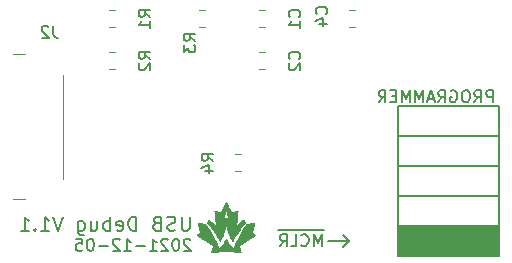
<source format=gbo>
G04 #@! TF.GenerationSoftware,KiCad,Pcbnew,5.1.10*
G04 #@! TF.CreationDate,2022-01-04T22:46:53-05:00*
G04 #@! TF.ProjectId,usbdbg,75736264-6267-42e6-9b69-6361645f7063,rev?*
G04 #@! TF.SameCoordinates,Original*
G04 #@! TF.FileFunction,Legend,Bot*
G04 #@! TF.FilePolarity,Positive*
%FSLAX46Y46*%
G04 Gerber Fmt 4.6, Leading zero omitted, Abs format (unit mm)*
G04 Created by KiCad (PCBNEW 5.1.10) date 2022-01-04 22:46:53*
%MOMM*%
%LPD*%
G01*
G04 APERTURE LIST*
%ADD10C,0.150000*%
%ADD11C,0.200000*%
%ADD12C,0.010000*%
%ADD13C,0.120000*%
%ADD14O,1.801600X1.801600*%
%ADD15O,3.601600X2.001600*%
%ADD16C,1.201600*%
%ADD17C,2.101600*%
G04 APERTURE END LIST*
D10*
X144811142Y-74604619D02*
X144763523Y-74557000D01*
X144668285Y-74509380D01*
X144430190Y-74509380D01*
X144334952Y-74557000D01*
X144287333Y-74604619D01*
X144239714Y-74699857D01*
X144239714Y-74795095D01*
X144287333Y-74937952D01*
X144858761Y-75509380D01*
X144239714Y-75509380D01*
X143620666Y-74509380D02*
X143525428Y-74509380D01*
X143430190Y-74557000D01*
X143382571Y-74604619D01*
X143334952Y-74699857D01*
X143287333Y-74890333D01*
X143287333Y-75128428D01*
X143334952Y-75318904D01*
X143382571Y-75414142D01*
X143430190Y-75461761D01*
X143525428Y-75509380D01*
X143620666Y-75509380D01*
X143715904Y-75461761D01*
X143763523Y-75414142D01*
X143811142Y-75318904D01*
X143858761Y-75128428D01*
X143858761Y-74890333D01*
X143811142Y-74699857D01*
X143763523Y-74604619D01*
X143715904Y-74557000D01*
X143620666Y-74509380D01*
X142906380Y-74604619D02*
X142858761Y-74557000D01*
X142763523Y-74509380D01*
X142525428Y-74509380D01*
X142430190Y-74557000D01*
X142382571Y-74604619D01*
X142334952Y-74699857D01*
X142334952Y-74795095D01*
X142382571Y-74937952D01*
X142954000Y-75509380D01*
X142334952Y-75509380D01*
X141382571Y-75509380D02*
X141954000Y-75509380D01*
X141668285Y-75509380D02*
X141668285Y-74509380D01*
X141763523Y-74652238D01*
X141858761Y-74747476D01*
X141954000Y-74795095D01*
X140954000Y-75128428D02*
X140192095Y-75128428D01*
X139192095Y-75509380D02*
X139763523Y-75509380D01*
X139477809Y-75509380D02*
X139477809Y-74509380D01*
X139573047Y-74652238D01*
X139668285Y-74747476D01*
X139763523Y-74795095D01*
X138811142Y-74604619D02*
X138763523Y-74557000D01*
X138668285Y-74509380D01*
X138430190Y-74509380D01*
X138334952Y-74557000D01*
X138287333Y-74604619D01*
X138239714Y-74699857D01*
X138239714Y-74795095D01*
X138287333Y-74937952D01*
X138858761Y-75509380D01*
X138239714Y-75509380D01*
X137811142Y-75128428D02*
X137049238Y-75128428D01*
X136382571Y-74509380D02*
X136287333Y-74509380D01*
X136192095Y-74557000D01*
X136144476Y-74604619D01*
X136096857Y-74699857D01*
X136049238Y-74890333D01*
X136049238Y-75128428D01*
X136096857Y-75318904D01*
X136144476Y-75414142D01*
X136192095Y-75461761D01*
X136287333Y-75509380D01*
X136382571Y-75509380D01*
X136477809Y-75461761D01*
X136525428Y-75414142D01*
X136573047Y-75318904D01*
X136620666Y-75128428D01*
X136620666Y-74890333D01*
X136573047Y-74699857D01*
X136525428Y-74604619D01*
X136477809Y-74557000D01*
X136382571Y-74509380D01*
X135144476Y-74509380D02*
X135620666Y-74509380D01*
X135668285Y-74985571D01*
X135620666Y-74937952D01*
X135525428Y-74890333D01*
X135287333Y-74890333D01*
X135192095Y-74937952D01*
X135144476Y-74985571D01*
X135096857Y-75080809D01*
X135096857Y-75318904D01*
X135144476Y-75414142D01*
X135192095Y-75461761D01*
X135287333Y-75509380D01*
X135525428Y-75509380D01*
X135620666Y-75461761D01*
X135668285Y-75414142D01*
D11*
X144745285Y-72621857D02*
X144745285Y-73593285D01*
X144688142Y-73707571D01*
X144631000Y-73764714D01*
X144516714Y-73821857D01*
X144288142Y-73821857D01*
X144173857Y-73764714D01*
X144116714Y-73707571D01*
X144059571Y-73593285D01*
X144059571Y-72621857D01*
X143545285Y-73764714D02*
X143373857Y-73821857D01*
X143088142Y-73821857D01*
X142973857Y-73764714D01*
X142916714Y-73707571D01*
X142859571Y-73593285D01*
X142859571Y-73479000D01*
X142916714Y-73364714D01*
X142973857Y-73307571D01*
X143088142Y-73250428D01*
X143316714Y-73193285D01*
X143431000Y-73136142D01*
X143488142Y-73079000D01*
X143545285Y-72964714D01*
X143545285Y-72850428D01*
X143488142Y-72736142D01*
X143431000Y-72679000D01*
X143316714Y-72621857D01*
X143031000Y-72621857D01*
X142859571Y-72679000D01*
X141945285Y-73193285D02*
X141773857Y-73250428D01*
X141716714Y-73307571D01*
X141659571Y-73421857D01*
X141659571Y-73593285D01*
X141716714Y-73707571D01*
X141773857Y-73764714D01*
X141888142Y-73821857D01*
X142345285Y-73821857D01*
X142345285Y-72621857D01*
X141945285Y-72621857D01*
X141831000Y-72679000D01*
X141773857Y-72736142D01*
X141716714Y-72850428D01*
X141716714Y-72964714D01*
X141773857Y-73079000D01*
X141831000Y-73136142D01*
X141945285Y-73193285D01*
X142345285Y-73193285D01*
X140231000Y-73821857D02*
X140231000Y-72621857D01*
X139945285Y-72621857D01*
X139773857Y-72679000D01*
X139659571Y-72793285D01*
X139602428Y-72907571D01*
X139545285Y-73136142D01*
X139545285Y-73307571D01*
X139602428Y-73536142D01*
X139659571Y-73650428D01*
X139773857Y-73764714D01*
X139945285Y-73821857D01*
X140231000Y-73821857D01*
X138573857Y-73764714D02*
X138688142Y-73821857D01*
X138916714Y-73821857D01*
X139031000Y-73764714D01*
X139088142Y-73650428D01*
X139088142Y-73193285D01*
X139031000Y-73079000D01*
X138916714Y-73021857D01*
X138688142Y-73021857D01*
X138573857Y-73079000D01*
X138516714Y-73193285D01*
X138516714Y-73307571D01*
X139088142Y-73421857D01*
X138002428Y-73821857D02*
X138002428Y-72621857D01*
X138002428Y-73079000D02*
X137888142Y-73021857D01*
X137659571Y-73021857D01*
X137545285Y-73079000D01*
X137488142Y-73136142D01*
X137431000Y-73250428D01*
X137431000Y-73593285D01*
X137488142Y-73707571D01*
X137545285Y-73764714D01*
X137659571Y-73821857D01*
X137888142Y-73821857D01*
X138002428Y-73764714D01*
X136402428Y-73021857D02*
X136402428Y-73821857D01*
X136916714Y-73021857D02*
X136916714Y-73650428D01*
X136859571Y-73764714D01*
X136745285Y-73821857D01*
X136573857Y-73821857D01*
X136459571Y-73764714D01*
X136402428Y-73707571D01*
X135316714Y-73021857D02*
X135316714Y-73993285D01*
X135373857Y-74107571D01*
X135431000Y-74164714D01*
X135545285Y-74221857D01*
X135716714Y-74221857D01*
X135831000Y-74164714D01*
X135316714Y-73764714D02*
X135431000Y-73821857D01*
X135659571Y-73821857D01*
X135773857Y-73764714D01*
X135831000Y-73707571D01*
X135888142Y-73593285D01*
X135888142Y-73250428D01*
X135831000Y-73136142D01*
X135773857Y-73079000D01*
X135659571Y-73021857D01*
X135431000Y-73021857D01*
X135316714Y-73079000D01*
X134002428Y-72621857D02*
X133602428Y-73821857D01*
X133202428Y-72621857D01*
X132173857Y-73821857D02*
X132859571Y-73821857D01*
X132516714Y-73821857D02*
X132516714Y-72621857D01*
X132631000Y-72793285D01*
X132745285Y-72907571D01*
X132859571Y-72964714D01*
X131659571Y-73707571D02*
X131602428Y-73764714D01*
X131659571Y-73821857D01*
X131716714Y-73764714D01*
X131659571Y-73707571D01*
X131659571Y-73821857D01*
X130459571Y-73821857D02*
X131145285Y-73821857D01*
X130802428Y-73821857D02*
X130802428Y-72621857D01*
X130916714Y-72793285D01*
X131031000Y-72907571D01*
X131145285Y-72964714D01*
X158242000Y-74676000D02*
X157734000Y-75184000D01*
X158242000Y-74676000D02*
X157734000Y-74168000D01*
X158242000Y-74676000D02*
X156464000Y-74676000D01*
D10*
X156154190Y-73761000D02*
X155011333Y-73761000D01*
X155916095Y-75128380D02*
X155916095Y-74128380D01*
X155582761Y-74842666D01*
X155249428Y-74128380D01*
X155249428Y-75128380D01*
X155011333Y-73761000D02*
X154011333Y-73761000D01*
X154201809Y-75033142D02*
X154249428Y-75080761D01*
X154392285Y-75128380D01*
X154487523Y-75128380D01*
X154630380Y-75080761D01*
X154725619Y-74985523D01*
X154773238Y-74890285D01*
X154820857Y-74699809D01*
X154820857Y-74556952D01*
X154773238Y-74366476D01*
X154725619Y-74271238D01*
X154630380Y-74176000D01*
X154487523Y-74128380D01*
X154392285Y-74128380D01*
X154249428Y-74176000D01*
X154201809Y-74223619D01*
X154011333Y-73761000D02*
X153201809Y-73761000D01*
X153297047Y-75128380D02*
X153773238Y-75128380D01*
X153773238Y-74128380D01*
X153201809Y-73761000D02*
X152201809Y-73761000D01*
X152392285Y-75128380D02*
X152725619Y-74652190D01*
X152963714Y-75128380D02*
X152963714Y-74128380D01*
X152582761Y-74128380D01*
X152487523Y-74176000D01*
X152439904Y-74223619D01*
X152392285Y-74318857D01*
X152392285Y-74461714D01*
X152439904Y-74556952D01*
X152487523Y-74604571D01*
X152582761Y-74652190D01*
X152963714Y-74652190D01*
X170417523Y-62936380D02*
X170417523Y-61936380D01*
X170036571Y-61936380D01*
X169941333Y-61984000D01*
X169893714Y-62031619D01*
X169846095Y-62126857D01*
X169846095Y-62269714D01*
X169893714Y-62364952D01*
X169941333Y-62412571D01*
X170036571Y-62460190D01*
X170417523Y-62460190D01*
X168846095Y-62936380D02*
X169179428Y-62460190D01*
X169417523Y-62936380D02*
X169417523Y-61936380D01*
X169036571Y-61936380D01*
X168941333Y-61984000D01*
X168893714Y-62031619D01*
X168846095Y-62126857D01*
X168846095Y-62269714D01*
X168893714Y-62364952D01*
X168941333Y-62412571D01*
X169036571Y-62460190D01*
X169417523Y-62460190D01*
X168227047Y-61936380D02*
X168036571Y-61936380D01*
X167941333Y-61984000D01*
X167846095Y-62079238D01*
X167798476Y-62269714D01*
X167798476Y-62603047D01*
X167846095Y-62793523D01*
X167941333Y-62888761D01*
X168036571Y-62936380D01*
X168227047Y-62936380D01*
X168322285Y-62888761D01*
X168417523Y-62793523D01*
X168465142Y-62603047D01*
X168465142Y-62269714D01*
X168417523Y-62079238D01*
X168322285Y-61984000D01*
X168227047Y-61936380D01*
X166846095Y-61984000D02*
X166941333Y-61936380D01*
X167084190Y-61936380D01*
X167227047Y-61984000D01*
X167322285Y-62079238D01*
X167369904Y-62174476D01*
X167417523Y-62364952D01*
X167417523Y-62507809D01*
X167369904Y-62698285D01*
X167322285Y-62793523D01*
X167227047Y-62888761D01*
X167084190Y-62936380D01*
X166988952Y-62936380D01*
X166846095Y-62888761D01*
X166798476Y-62841142D01*
X166798476Y-62507809D01*
X166988952Y-62507809D01*
X165798476Y-62936380D02*
X166131809Y-62460190D01*
X166369904Y-62936380D02*
X166369904Y-61936380D01*
X165988952Y-61936380D01*
X165893714Y-61984000D01*
X165846095Y-62031619D01*
X165798476Y-62126857D01*
X165798476Y-62269714D01*
X165846095Y-62364952D01*
X165893714Y-62412571D01*
X165988952Y-62460190D01*
X166369904Y-62460190D01*
X165417523Y-62650666D02*
X164941333Y-62650666D01*
X165512761Y-62936380D02*
X165179428Y-61936380D01*
X164846095Y-62936380D01*
X164512761Y-62936380D02*
X164512761Y-61936380D01*
X164179428Y-62650666D01*
X163846095Y-61936380D01*
X163846095Y-62936380D01*
X163369904Y-62936380D02*
X163369904Y-61936380D01*
X163036571Y-62650666D01*
X162703238Y-61936380D01*
X162703238Y-62936380D01*
X162227047Y-62412571D02*
X161893714Y-62412571D01*
X161750857Y-62936380D02*
X162227047Y-62936380D01*
X162227047Y-61936380D01*
X161750857Y-61936380D01*
X160750857Y-62936380D02*
X161084190Y-62460190D01*
X161322285Y-62936380D02*
X161322285Y-61936380D01*
X160941333Y-61936380D01*
X160846095Y-61984000D01*
X160798476Y-62031619D01*
X160750857Y-62126857D01*
X160750857Y-62269714D01*
X160798476Y-62364952D01*
X160846095Y-62412571D01*
X160941333Y-62460190D01*
X161322285Y-62460190D01*
D12*
G36*
X150227303Y-73126970D02*
G01*
X150207967Y-73130400D01*
X150177648Y-73136030D01*
X150137681Y-73143605D01*
X150089401Y-73152871D01*
X150034141Y-73163572D01*
X149973238Y-73175455D01*
X149908024Y-73188263D01*
X149906906Y-73188484D01*
X149826323Y-73204474D01*
X149758525Y-73218182D01*
X149702604Y-73229815D01*
X149657652Y-73239580D01*
X149622761Y-73247683D01*
X149597022Y-73254330D01*
X149579526Y-73259729D01*
X149569367Y-73264085D01*
X149566898Y-73265804D01*
X149554426Y-73279227D01*
X149535274Y-73302656D01*
X149510553Y-73334566D01*
X149481376Y-73373433D01*
X149448856Y-73417732D01*
X149414104Y-73465937D01*
X149378233Y-73516524D01*
X149342356Y-73567969D01*
X149307585Y-73618745D01*
X149285727Y-73651234D01*
X149182458Y-73810334D01*
X149081281Y-73974776D01*
X148983346Y-74142429D01*
X148889801Y-74311163D01*
X148801798Y-74478847D01*
X148720487Y-74643352D01*
X148647016Y-74802546D01*
X148583218Y-74952617D01*
X148567134Y-74993630D01*
X148549650Y-75040438D01*
X148531589Y-75090618D01*
X148513770Y-75141749D01*
X148497013Y-75191409D01*
X148482140Y-75237176D01*
X148469970Y-75276629D01*
X148461324Y-75307346D01*
X148457611Y-75323372D01*
X148453353Y-75340015D01*
X148448880Y-75348845D01*
X148447923Y-75349274D01*
X148441246Y-75344234D01*
X148426928Y-75330142D01*
X148406354Y-75308541D01*
X148380912Y-75280973D01*
X148351984Y-75248981D01*
X148320958Y-75214108D01*
X148289218Y-75177897D01*
X148258149Y-75141889D01*
X148229136Y-75107628D01*
X148207951Y-75082040D01*
X148143069Y-75000140D01*
X148083320Y-74919123D01*
X148026583Y-74835812D01*
X147970732Y-74747035D01*
X147913646Y-74649615D01*
X147887188Y-74602471D01*
X147867487Y-74567757D01*
X147849834Y-74538166D01*
X147835380Y-74515505D01*
X147825272Y-74501579D01*
X147820741Y-74498088D01*
X147815474Y-74506146D01*
X147805157Y-74523848D01*
X147791295Y-74548556D01*
X147775822Y-74576836D01*
X147698911Y-74712716D01*
X147620753Y-74837810D01*
X147539290Y-74955225D01*
X147452463Y-75068070D01*
X147441663Y-75081357D01*
X147415219Y-75113211D01*
X147385616Y-75148040D01*
X147354233Y-75184306D01*
X147322455Y-75220468D01*
X147291661Y-75254989D01*
X147263234Y-75286329D01*
X147238555Y-75312948D01*
X147219008Y-75333309D01*
X147205972Y-75345872D01*
X147201117Y-75349274D01*
X147196871Y-75343181D01*
X147192390Y-75328069D01*
X147191429Y-75323372D01*
X147186014Y-75300926D01*
X147176451Y-75267900D01*
X147163560Y-75226717D01*
X147148162Y-75179799D01*
X147131076Y-75129567D01*
X147113124Y-75078443D01*
X147095127Y-75028849D01*
X147077903Y-74983206D01*
X147065822Y-74952617D01*
X147002508Y-74803701D01*
X146930341Y-74647261D01*
X146850482Y-74485442D01*
X146764088Y-74320390D01*
X146672317Y-74154251D01*
X146576328Y-73989171D01*
X146477278Y-73827296D01*
X146376325Y-73670772D01*
X146364005Y-73652251D01*
X146330622Y-73602822D01*
X146295389Y-73551694D01*
X146259415Y-73500389D01*
X146223812Y-73450430D01*
X146189688Y-73403339D01*
X146158155Y-73360639D01*
X146130322Y-73323854D01*
X146107300Y-73294504D01*
X146090198Y-73274114D01*
X146082447Y-73266079D01*
X146075094Y-73262111D01*
X146060209Y-73257066D01*
X146036943Y-73250752D01*
X146004448Y-73242977D01*
X145961876Y-73233547D01*
X145908376Y-73222271D01*
X145843102Y-73208955D01*
X145765205Y-73193407D01*
X145742439Y-73188908D01*
X145677134Y-73176064D01*
X145616116Y-73164137D01*
X145560719Y-73153382D01*
X145512276Y-73144055D01*
X145472122Y-73136412D01*
X145441591Y-73130708D01*
X145422015Y-73127198D01*
X145414729Y-73126137D01*
X145414718Y-73126143D01*
X145416129Y-73132843D01*
X145420643Y-73151646D01*
X145427908Y-73181171D01*
X145437576Y-73220039D01*
X145449296Y-73266869D01*
X145462718Y-73320282D01*
X145477491Y-73378897D01*
X145493267Y-73441334D01*
X145509693Y-73506214D01*
X145526421Y-73572155D01*
X145543101Y-73637779D01*
X145559381Y-73701704D01*
X145574913Y-73762551D01*
X145589345Y-73818940D01*
X145602328Y-73869491D01*
X145613512Y-73912823D01*
X145622546Y-73947557D01*
X145629080Y-73972312D01*
X145632765Y-73985708D01*
X145632924Y-73986241D01*
X145631235Y-73991541D01*
X145622932Y-73999598D01*
X145606941Y-74011116D01*
X145582185Y-74026804D01*
X145547587Y-74047366D01*
X145502071Y-74073511D01*
X145486535Y-74082317D01*
X145445305Y-74105840D01*
X145408416Y-74127285D01*
X145377506Y-74145666D01*
X145354214Y-74159997D01*
X145340179Y-74169294D01*
X145336712Y-74172400D01*
X145342425Y-74176811D01*
X145359091Y-74188347D01*
X145385997Y-74206538D01*
X145422433Y-74230913D01*
X145467688Y-74261004D01*
X145521050Y-74296340D01*
X145581808Y-74336452D01*
X145649251Y-74380870D01*
X145722668Y-74429125D01*
X145801347Y-74480746D01*
X145884577Y-74535264D01*
X145971648Y-74592210D01*
X146039481Y-74636515D01*
X146128991Y-74695002D01*
X146215200Y-74751441D01*
X146297395Y-74805360D01*
X146374864Y-74856288D01*
X146446897Y-74903752D01*
X146512782Y-74947282D01*
X146571806Y-74986407D01*
X146623259Y-75020654D01*
X146666428Y-75049551D01*
X146700602Y-75072629D01*
X146725070Y-75089414D01*
X146739119Y-75099436D01*
X146742391Y-75102233D01*
X146740383Y-75110185D01*
X146734595Y-75129948D01*
X146725473Y-75160073D01*
X146713463Y-75199109D01*
X146699013Y-75245609D01*
X146682570Y-75298123D01*
X146664579Y-75355200D01*
X146658101Y-75375667D01*
X146639813Y-75433842D01*
X146623109Y-75487858D01*
X146608412Y-75536284D01*
X146596142Y-75577691D01*
X146586721Y-75610649D01*
X146580572Y-75633726D01*
X146578115Y-75645494D01*
X146578210Y-75646681D01*
X146585634Y-75646537D01*
X146605889Y-75644817D01*
X146637988Y-75641631D01*
X146680948Y-75637090D01*
X146733783Y-75631305D01*
X146795509Y-75624385D01*
X146865139Y-75616441D01*
X146941691Y-75607584D01*
X147024177Y-75597924D01*
X147111614Y-75587571D01*
X147203017Y-75576637D01*
X147203635Y-75576562D01*
X147824520Y-75501904D01*
X148432682Y-75575206D01*
X148523479Y-75586127D01*
X148610541Y-75596557D01*
X148692846Y-75606374D01*
X148769372Y-75615460D01*
X148839098Y-75623694D01*
X148901003Y-75630956D01*
X148954065Y-75637126D01*
X148997262Y-75642085D01*
X149029573Y-75645712D01*
X149049976Y-75647888D01*
X149057244Y-75648507D01*
X149069843Y-75646419D01*
X149073644Y-75642732D01*
X149071606Y-75635038D01*
X149065792Y-75615534D01*
X149056652Y-75585669D01*
X149044636Y-75546894D01*
X149030194Y-75500658D01*
X149013777Y-75448412D01*
X148995833Y-75391605D01*
X148990137Y-75373631D01*
X148971807Y-75315644D01*
X148954871Y-75261704D01*
X148939779Y-75213273D01*
X148926982Y-75171814D01*
X148916930Y-75138788D01*
X148910074Y-75115658D01*
X148906865Y-75103887D01*
X148906680Y-75102790D01*
X148912401Y-75098101D01*
X148929077Y-75086295D01*
X148955996Y-75067844D01*
X148992447Y-75043220D01*
X149037717Y-75012894D01*
X149091097Y-74977340D01*
X149151873Y-74937028D01*
X149219335Y-74892433D01*
X149292771Y-74844025D01*
X149371470Y-74792276D01*
X149454719Y-74737660D01*
X149541808Y-74680648D01*
X149609529Y-74636395D01*
X149699025Y-74577918D01*
X149785219Y-74521516D01*
X149867398Y-74467658D01*
X149944852Y-74416814D01*
X150016870Y-74369454D01*
X150082741Y-74326047D01*
X150141754Y-74287064D01*
X150193197Y-74252972D01*
X150236359Y-74224244D01*
X150270529Y-74201346D01*
X150294997Y-74184751D01*
X150309050Y-74174926D01*
X150312328Y-74172280D01*
X150306524Y-74167556D01*
X150290203Y-74157037D01*
X150265005Y-74141707D01*
X150232568Y-74122550D01*
X150194532Y-74100549D01*
X150162506Y-74082317D01*
X150113592Y-74054406D01*
X150075911Y-74032284D01*
X150048387Y-74015243D01*
X150029943Y-74002578D01*
X150019503Y-73993582D01*
X150015990Y-73987548D01*
X150016116Y-73986241D01*
X150019584Y-73973724D01*
X150025926Y-73949746D01*
X150034793Y-73915687D01*
X150045835Y-73872928D01*
X150058701Y-73822849D01*
X150073041Y-73766829D01*
X150088505Y-73706250D01*
X150104744Y-73642492D01*
X150121407Y-73576934D01*
X150138143Y-73510957D01*
X150154604Y-73445941D01*
X150170438Y-73383267D01*
X150185295Y-73324314D01*
X150198827Y-73270463D01*
X150210681Y-73223094D01*
X150220509Y-73183588D01*
X150227960Y-73153324D01*
X150232685Y-73133682D01*
X150234332Y-73126044D01*
X150234323Y-73125994D01*
X150227303Y-73126970D01*
G37*
X150227303Y-73126970D02*
X150207967Y-73130400D01*
X150177648Y-73136030D01*
X150137681Y-73143605D01*
X150089401Y-73152871D01*
X150034141Y-73163572D01*
X149973238Y-73175455D01*
X149908024Y-73188263D01*
X149906906Y-73188484D01*
X149826323Y-73204474D01*
X149758525Y-73218182D01*
X149702604Y-73229815D01*
X149657652Y-73239580D01*
X149622761Y-73247683D01*
X149597022Y-73254330D01*
X149579526Y-73259729D01*
X149569367Y-73264085D01*
X149566898Y-73265804D01*
X149554426Y-73279227D01*
X149535274Y-73302656D01*
X149510553Y-73334566D01*
X149481376Y-73373433D01*
X149448856Y-73417732D01*
X149414104Y-73465937D01*
X149378233Y-73516524D01*
X149342356Y-73567969D01*
X149307585Y-73618745D01*
X149285727Y-73651234D01*
X149182458Y-73810334D01*
X149081281Y-73974776D01*
X148983346Y-74142429D01*
X148889801Y-74311163D01*
X148801798Y-74478847D01*
X148720487Y-74643352D01*
X148647016Y-74802546D01*
X148583218Y-74952617D01*
X148567134Y-74993630D01*
X148549650Y-75040438D01*
X148531589Y-75090618D01*
X148513770Y-75141749D01*
X148497013Y-75191409D01*
X148482140Y-75237176D01*
X148469970Y-75276629D01*
X148461324Y-75307346D01*
X148457611Y-75323372D01*
X148453353Y-75340015D01*
X148448880Y-75348845D01*
X148447923Y-75349274D01*
X148441246Y-75344234D01*
X148426928Y-75330142D01*
X148406354Y-75308541D01*
X148380912Y-75280973D01*
X148351984Y-75248981D01*
X148320958Y-75214108D01*
X148289218Y-75177897D01*
X148258149Y-75141889D01*
X148229136Y-75107628D01*
X148207951Y-75082040D01*
X148143069Y-75000140D01*
X148083320Y-74919123D01*
X148026583Y-74835812D01*
X147970732Y-74747035D01*
X147913646Y-74649615D01*
X147887188Y-74602471D01*
X147867487Y-74567757D01*
X147849834Y-74538166D01*
X147835380Y-74515505D01*
X147825272Y-74501579D01*
X147820741Y-74498088D01*
X147815474Y-74506146D01*
X147805157Y-74523848D01*
X147791295Y-74548556D01*
X147775822Y-74576836D01*
X147698911Y-74712716D01*
X147620753Y-74837810D01*
X147539290Y-74955225D01*
X147452463Y-75068070D01*
X147441663Y-75081357D01*
X147415219Y-75113211D01*
X147385616Y-75148040D01*
X147354233Y-75184306D01*
X147322455Y-75220468D01*
X147291661Y-75254989D01*
X147263234Y-75286329D01*
X147238555Y-75312948D01*
X147219008Y-75333309D01*
X147205972Y-75345872D01*
X147201117Y-75349274D01*
X147196871Y-75343181D01*
X147192390Y-75328069D01*
X147191429Y-75323372D01*
X147186014Y-75300926D01*
X147176451Y-75267900D01*
X147163560Y-75226717D01*
X147148162Y-75179799D01*
X147131076Y-75129567D01*
X147113124Y-75078443D01*
X147095127Y-75028849D01*
X147077903Y-74983206D01*
X147065822Y-74952617D01*
X147002508Y-74803701D01*
X146930341Y-74647261D01*
X146850482Y-74485442D01*
X146764088Y-74320390D01*
X146672317Y-74154251D01*
X146576328Y-73989171D01*
X146477278Y-73827296D01*
X146376325Y-73670772D01*
X146364005Y-73652251D01*
X146330622Y-73602822D01*
X146295389Y-73551694D01*
X146259415Y-73500389D01*
X146223812Y-73450430D01*
X146189688Y-73403339D01*
X146158155Y-73360639D01*
X146130322Y-73323854D01*
X146107300Y-73294504D01*
X146090198Y-73274114D01*
X146082447Y-73266079D01*
X146075094Y-73262111D01*
X146060209Y-73257066D01*
X146036943Y-73250752D01*
X146004448Y-73242977D01*
X145961876Y-73233547D01*
X145908376Y-73222271D01*
X145843102Y-73208955D01*
X145765205Y-73193407D01*
X145742439Y-73188908D01*
X145677134Y-73176064D01*
X145616116Y-73164137D01*
X145560719Y-73153382D01*
X145512276Y-73144055D01*
X145472122Y-73136412D01*
X145441591Y-73130708D01*
X145422015Y-73127198D01*
X145414729Y-73126137D01*
X145414718Y-73126143D01*
X145416129Y-73132843D01*
X145420643Y-73151646D01*
X145427908Y-73181171D01*
X145437576Y-73220039D01*
X145449296Y-73266869D01*
X145462718Y-73320282D01*
X145477491Y-73378897D01*
X145493267Y-73441334D01*
X145509693Y-73506214D01*
X145526421Y-73572155D01*
X145543101Y-73637779D01*
X145559381Y-73701704D01*
X145574913Y-73762551D01*
X145589345Y-73818940D01*
X145602328Y-73869491D01*
X145613512Y-73912823D01*
X145622546Y-73947557D01*
X145629080Y-73972312D01*
X145632765Y-73985708D01*
X145632924Y-73986241D01*
X145631235Y-73991541D01*
X145622932Y-73999598D01*
X145606941Y-74011116D01*
X145582185Y-74026804D01*
X145547587Y-74047366D01*
X145502071Y-74073511D01*
X145486535Y-74082317D01*
X145445305Y-74105840D01*
X145408416Y-74127285D01*
X145377506Y-74145666D01*
X145354214Y-74159997D01*
X145340179Y-74169294D01*
X145336712Y-74172400D01*
X145342425Y-74176811D01*
X145359091Y-74188347D01*
X145385997Y-74206538D01*
X145422433Y-74230913D01*
X145467688Y-74261004D01*
X145521050Y-74296340D01*
X145581808Y-74336452D01*
X145649251Y-74380870D01*
X145722668Y-74429125D01*
X145801347Y-74480746D01*
X145884577Y-74535264D01*
X145971648Y-74592210D01*
X146039481Y-74636515D01*
X146128991Y-74695002D01*
X146215200Y-74751441D01*
X146297395Y-74805360D01*
X146374864Y-74856288D01*
X146446897Y-74903752D01*
X146512782Y-74947282D01*
X146571806Y-74986407D01*
X146623259Y-75020654D01*
X146666428Y-75049551D01*
X146700602Y-75072629D01*
X146725070Y-75089414D01*
X146739119Y-75099436D01*
X146742391Y-75102233D01*
X146740383Y-75110185D01*
X146734595Y-75129948D01*
X146725473Y-75160073D01*
X146713463Y-75199109D01*
X146699013Y-75245609D01*
X146682570Y-75298123D01*
X146664579Y-75355200D01*
X146658101Y-75375667D01*
X146639813Y-75433842D01*
X146623109Y-75487858D01*
X146608412Y-75536284D01*
X146596142Y-75577691D01*
X146586721Y-75610649D01*
X146580572Y-75633726D01*
X146578115Y-75645494D01*
X146578210Y-75646681D01*
X146585634Y-75646537D01*
X146605889Y-75644817D01*
X146637988Y-75641631D01*
X146680948Y-75637090D01*
X146733783Y-75631305D01*
X146795509Y-75624385D01*
X146865139Y-75616441D01*
X146941691Y-75607584D01*
X147024177Y-75597924D01*
X147111614Y-75587571D01*
X147203017Y-75576637D01*
X147203635Y-75576562D01*
X147824520Y-75501904D01*
X148432682Y-75575206D01*
X148523479Y-75586127D01*
X148610541Y-75596557D01*
X148692846Y-75606374D01*
X148769372Y-75615460D01*
X148839098Y-75623694D01*
X148901003Y-75630956D01*
X148954065Y-75637126D01*
X148997262Y-75642085D01*
X149029573Y-75645712D01*
X149049976Y-75647888D01*
X149057244Y-75648507D01*
X149069843Y-75646419D01*
X149073644Y-75642732D01*
X149071606Y-75635038D01*
X149065792Y-75615534D01*
X149056652Y-75585669D01*
X149044636Y-75546894D01*
X149030194Y-75500658D01*
X149013777Y-75448412D01*
X148995833Y-75391605D01*
X148990137Y-75373631D01*
X148971807Y-75315644D01*
X148954871Y-75261704D01*
X148939779Y-75213273D01*
X148926982Y-75171814D01*
X148916930Y-75138788D01*
X148910074Y-75115658D01*
X148906865Y-75103887D01*
X148906680Y-75102790D01*
X148912401Y-75098101D01*
X148929077Y-75086295D01*
X148955996Y-75067844D01*
X148992447Y-75043220D01*
X149037717Y-75012894D01*
X149091097Y-74977340D01*
X149151873Y-74937028D01*
X149219335Y-74892433D01*
X149292771Y-74844025D01*
X149371470Y-74792276D01*
X149454719Y-74737660D01*
X149541808Y-74680648D01*
X149609529Y-74636395D01*
X149699025Y-74577918D01*
X149785219Y-74521516D01*
X149867398Y-74467658D01*
X149944852Y-74416814D01*
X150016870Y-74369454D01*
X150082741Y-74326047D01*
X150141754Y-74287064D01*
X150193197Y-74252972D01*
X150236359Y-74224244D01*
X150270529Y-74201346D01*
X150294997Y-74184751D01*
X150309050Y-74174926D01*
X150312328Y-74172280D01*
X150306524Y-74167556D01*
X150290203Y-74157037D01*
X150265005Y-74141707D01*
X150232568Y-74122550D01*
X150194532Y-74100549D01*
X150162506Y-74082317D01*
X150113592Y-74054406D01*
X150075911Y-74032284D01*
X150048387Y-74015243D01*
X150029943Y-74002578D01*
X150019503Y-73993582D01*
X150015990Y-73987548D01*
X150016116Y-73986241D01*
X150019584Y-73973724D01*
X150025926Y-73949746D01*
X150034793Y-73915687D01*
X150045835Y-73872928D01*
X150058701Y-73822849D01*
X150073041Y-73766829D01*
X150088505Y-73706250D01*
X150104744Y-73642492D01*
X150121407Y-73576934D01*
X150138143Y-73510957D01*
X150154604Y-73445941D01*
X150170438Y-73383267D01*
X150185295Y-73324314D01*
X150198827Y-73270463D01*
X150210681Y-73223094D01*
X150220509Y-73183588D01*
X150227960Y-73153324D01*
X150232685Y-73133682D01*
X150234332Y-73126044D01*
X150234323Y-73125994D01*
X150227303Y-73126970D01*
G36*
X147820086Y-71430905D02*
G01*
X147809484Y-71448069D01*
X147793267Y-71475494D01*
X147771983Y-71512215D01*
X147746183Y-71557269D01*
X147716417Y-71609690D01*
X147683235Y-71668515D01*
X147647187Y-71732778D01*
X147608824Y-71801517D01*
X147575553Y-71861394D01*
X147535631Y-71933367D01*
X147497602Y-72001895D01*
X147462017Y-72065988D01*
X147429426Y-72124656D01*
X147400381Y-72176908D01*
X147375431Y-72221755D01*
X147355127Y-72258205D01*
X147340020Y-72285270D01*
X147330661Y-72301958D01*
X147327666Y-72307197D01*
X147323443Y-72308601D01*
X147313590Y-72306950D01*
X147297087Y-72301851D01*
X147272910Y-72292909D01*
X147240038Y-72279728D01*
X147197449Y-72261916D01*
X147144120Y-72239076D01*
X147087217Y-72214385D01*
X147033771Y-72191260D01*
X146984367Y-72170198D01*
X146940445Y-72151790D01*
X146903443Y-72136625D01*
X146874801Y-72125293D01*
X146855957Y-72118382D01*
X146848349Y-72116482D01*
X146848300Y-72116517D01*
X146848320Y-72123923D01*
X146849605Y-72144208D01*
X146852070Y-72176399D01*
X146855629Y-72219522D01*
X146860195Y-72272605D01*
X146865682Y-72334673D01*
X146872005Y-72404755D01*
X146879076Y-72481876D01*
X146886810Y-72565064D01*
X146895120Y-72653345D01*
X146903920Y-72745747D01*
X146905394Y-72761113D01*
X146914279Y-72854058D01*
X146922718Y-72943014D01*
X146930621Y-73027010D01*
X146937901Y-73105077D01*
X146944468Y-73176244D01*
X146950236Y-73239541D01*
X146955115Y-73293998D01*
X146959017Y-73338643D01*
X146961854Y-73372507D01*
X146963538Y-73394619D01*
X146963980Y-73404010D01*
X146963927Y-73404269D01*
X146958348Y-73400311D01*
X146943312Y-73387887D01*
X146919743Y-73367803D01*
X146888566Y-73340863D01*
X146850704Y-73307873D01*
X146807082Y-73269636D01*
X146758624Y-73226959D01*
X146706255Y-73180646D01*
X146659939Y-73139540D01*
X146604892Y-73090694D01*
X146552900Y-73044723D01*
X146504900Y-73002445D01*
X146461826Y-72964676D01*
X146424615Y-72932233D01*
X146394203Y-72905931D01*
X146371525Y-72886587D01*
X146357518Y-72875018D01*
X146353147Y-72871905D01*
X146351022Y-72873463D01*
X146347758Y-72878908D01*
X146342901Y-72889398D01*
X146335999Y-72906089D01*
X146326599Y-72930138D01*
X146314249Y-72962702D01*
X146298497Y-73004939D01*
X146278889Y-73058004D01*
X146256247Y-73119583D01*
X146235573Y-73175892D01*
X146294874Y-73244302D01*
X146371384Y-73334806D01*
X146451633Y-73433895D01*
X146534496Y-73539960D01*
X146618847Y-73651391D01*
X146703560Y-73766578D01*
X146787510Y-73883911D01*
X146869571Y-74001779D01*
X146948618Y-74118573D01*
X147023524Y-74232683D01*
X147093164Y-74342499D01*
X147156413Y-74446410D01*
X147212144Y-74542807D01*
X147245808Y-74604437D01*
X147283599Y-74675623D01*
X147306555Y-74642258D01*
X147350316Y-74573895D01*
X147395661Y-74494222D01*
X147441500Y-74405587D01*
X147486743Y-74310337D01*
X147530298Y-74210821D01*
X147571075Y-74109387D01*
X147607984Y-74008383D01*
X147626192Y-73954014D01*
X147659025Y-73846980D01*
X147691889Y-73729397D01*
X147723955Y-73604606D01*
X147754395Y-73475948D01*
X147782381Y-73346766D01*
X147804154Y-73236197D01*
X147823871Y-73130764D01*
X147859696Y-73309266D01*
X147899287Y-73495152D01*
X147940993Y-73668290D01*
X147985190Y-73829738D01*
X148032253Y-73980556D01*
X148082557Y-74121803D01*
X148136478Y-74254539D01*
X148194391Y-74379822D01*
X148256670Y-74498714D01*
X148317731Y-74602689D01*
X148334356Y-74629104D01*
X148348568Y-74650856D01*
X148358643Y-74665356D01*
X148362554Y-74669989D01*
X148367719Y-74665639D01*
X148377334Y-74651340D01*
X148389763Y-74629659D01*
X148397037Y-74615849D01*
X148437485Y-74540484D01*
X148486109Y-74456061D01*
X148541921Y-74363995D01*
X148603934Y-74265702D01*
X148671159Y-74162597D01*
X148742609Y-74056097D01*
X148817296Y-73947616D01*
X148894231Y-73838572D01*
X148972426Y-73730379D01*
X149050894Y-73624454D01*
X149128647Y-73522213D01*
X149204696Y-73425070D01*
X149278053Y-73334442D01*
X149347731Y-73251745D01*
X149354167Y-73244302D01*
X149413467Y-73175892D01*
X149392794Y-73119583D01*
X149369096Y-73055136D01*
X149349684Y-73002618D01*
X149334108Y-72960874D01*
X149321915Y-72928748D01*
X149312653Y-72905082D01*
X149305870Y-72888722D01*
X149301114Y-72878510D01*
X149297933Y-72873291D01*
X149295968Y-72871905D01*
X149289878Y-72876401D01*
X149274336Y-72889345D01*
X149250280Y-72909921D01*
X149218645Y-72937313D01*
X149180366Y-72970706D01*
X149136380Y-73009283D01*
X149087622Y-73052228D01*
X149035029Y-73098726D01*
X148989099Y-73139462D01*
X148934136Y-73188191D01*
X148882313Y-73233962D01*
X148834554Y-73275973D01*
X148791782Y-73313418D01*
X148754922Y-73345492D01*
X148724898Y-73371390D01*
X148702634Y-73390309D01*
X148689055Y-73401444D01*
X148685036Y-73404192D01*
X148685275Y-73397009D01*
X148686770Y-73376944D01*
X148689433Y-73344966D01*
X148693175Y-73302047D01*
X148697907Y-73249155D01*
X148703541Y-73187261D01*
X148709989Y-73117336D01*
X148717162Y-73040350D01*
X148724973Y-72957272D01*
X148733331Y-72869073D01*
X148734411Y-72857759D01*
X148077380Y-72857759D01*
X148074837Y-72858501D01*
X148064612Y-72850970D01*
X148048832Y-72836764D01*
X148046790Y-72834806D01*
X148022172Y-72814313D01*
X147991582Y-72793308D01*
X147963698Y-72777429D01*
X147901588Y-72753844D01*
X147838539Y-72743774D01*
X147775927Y-72747010D01*
X147715128Y-72763343D01*
X147657519Y-72792563D01*
X147607548Y-72831553D01*
X147589738Y-72847419D01*
X147577096Y-72857124D01*
X147571708Y-72859124D01*
X147571819Y-72857987D01*
X147574503Y-72849617D01*
X147580953Y-72829151D01*
X147590796Y-72797781D01*
X147603659Y-72756698D01*
X147619170Y-72707096D01*
X147636956Y-72650164D01*
X147656643Y-72587097D01*
X147677860Y-72519085D01*
X147699120Y-72450891D01*
X147721353Y-72379600D01*
X147742342Y-72312371D01*
X147761727Y-72250361D01*
X147779143Y-72194728D01*
X147794229Y-72146628D01*
X147806620Y-72107219D01*
X147815954Y-72077658D01*
X147821869Y-72059103D01*
X147823996Y-72052712D01*
X147826230Y-72058888D01*
X147832235Y-72077210D01*
X147841648Y-72106536D01*
X147854109Y-72145722D01*
X147869255Y-72193624D01*
X147886726Y-72249100D01*
X147906159Y-72311005D01*
X147927193Y-72378196D01*
X147949417Y-72449370D01*
X147971799Y-72521109D01*
X147993009Y-72589032D01*
X148012676Y-72651951D01*
X148030427Y-72708677D01*
X148045888Y-72758021D01*
X148058689Y-72798795D01*
X148068456Y-72829811D01*
X148074817Y-72849879D01*
X148077380Y-72857759D01*
X148734411Y-72857759D01*
X148742150Y-72776724D01*
X148743647Y-72761113D01*
X148752518Y-72668131D01*
X148760912Y-72579110D01*
X148768743Y-72495023D01*
X148775924Y-72416843D01*
X148782369Y-72345543D01*
X148787992Y-72282098D01*
X148792707Y-72227479D01*
X148796428Y-72182661D01*
X148799069Y-72148617D01*
X148800543Y-72126320D01*
X148800765Y-72116742D01*
X148800677Y-72116454D01*
X148793514Y-72118128D01*
X148775062Y-72124832D01*
X148746764Y-72135974D01*
X148710062Y-72150966D01*
X148666401Y-72169218D01*
X148617225Y-72190139D01*
X148563976Y-72213139D01*
X148562875Y-72213618D01*
X148509614Y-72236770D01*
X148460494Y-72258069D01*
X148416947Y-72276899D01*
X148380404Y-72292642D01*
X148352295Y-72304683D01*
X148334051Y-72312405D01*
X148327105Y-72315191D01*
X148327091Y-72315192D01*
X148323415Y-72309261D01*
X148313540Y-72292103D01*
X148297998Y-72264672D01*
X148277323Y-72227922D01*
X148252048Y-72182806D01*
X148222707Y-72130279D01*
X148189833Y-72071293D01*
X148153960Y-72006804D01*
X148115622Y-71937763D01*
X148078089Y-71870066D01*
X148037851Y-71797606D01*
X147999468Y-71728811D01*
X147963484Y-71664636D01*
X147930442Y-71606036D01*
X147900887Y-71553967D01*
X147875362Y-71509382D01*
X147854413Y-71473238D01*
X147838582Y-71446489D01*
X147828415Y-71430091D01*
X147824520Y-71424967D01*
X147820086Y-71430905D01*
G37*
X147820086Y-71430905D02*
X147809484Y-71448069D01*
X147793267Y-71475494D01*
X147771983Y-71512215D01*
X147746183Y-71557269D01*
X147716417Y-71609690D01*
X147683235Y-71668515D01*
X147647187Y-71732778D01*
X147608824Y-71801517D01*
X147575553Y-71861394D01*
X147535631Y-71933367D01*
X147497602Y-72001895D01*
X147462017Y-72065988D01*
X147429426Y-72124656D01*
X147400381Y-72176908D01*
X147375431Y-72221755D01*
X147355127Y-72258205D01*
X147340020Y-72285270D01*
X147330661Y-72301958D01*
X147327666Y-72307197D01*
X147323443Y-72308601D01*
X147313590Y-72306950D01*
X147297087Y-72301851D01*
X147272910Y-72292909D01*
X147240038Y-72279728D01*
X147197449Y-72261916D01*
X147144120Y-72239076D01*
X147087217Y-72214385D01*
X147033771Y-72191260D01*
X146984367Y-72170198D01*
X146940445Y-72151790D01*
X146903443Y-72136625D01*
X146874801Y-72125293D01*
X146855957Y-72118382D01*
X146848349Y-72116482D01*
X146848300Y-72116517D01*
X146848320Y-72123923D01*
X146849605Y-72144208D01*
X146852070Y-72176399D01*
X146855629Y-72219522D01*
X146860195Y-72272605D01*
X146865682Y-72334673D01*
X146872005Y-72404755D01*
X146879076Y-72481876D01*
X146886810Y-72565064D01*
X146895120Y-72653345D01*
X146903920Y-72745747D01*
X146905394Y-72761113D01*
X146914279Y-72854058D01*
X146922718Y-72943014D01*
X146930621Y-73027010D01*
X146937901Y-73105077D01*
X146944468Y-73176244D01*
X146950236Y-73239541D01*
X146955115Y-73293998D01*
X146959017Y-73338643D01*
X146961854Y-73372507D01*
X146963538Y-73394619D01*
X146963980Y-73404010D01*
X146963927Y-73404269D01*
X146958348Y-73400311D01*
X146943312Y-73387887D01*
X146919743Y-73367803D01*
X146888566Y-73340863D01*
X146850704Y-73307873D01*
X146807082Y-73269636D01*
X146758624Y-73226959D01*
X146706255Y-73180646D01*
X146659939Y-73139540D01*
X146604892Y-73090694D01*
X146552900Y-73044723D01*
X146504900Y-73002445D01*
X146461826Y-72964676D01*
X146424615Y-72932233D01*
X146394203Y-72905931D01*
X146371525Y-72886587D01*
X146357518Y-72875018D01*
X146353147Y-72871905D01*
X146351022Y-72873463D01*
X146347758Y-72878908D01*
X146342901Y-72889398D01*
X146335999Y-72906089D01*
X146326599Y-72930138D01*
X146314249Y-72962702D01*
X146298497Y-73004939D01*
X146278889Y-73058004D01*
X146256247Y-73119583D01*
X146235573Y-73175892D01*
X146294874Y-73244302D01*
X146371384Y-73334806D01*
X146451633Y-73433895D01*
X146534496Y-73539960D01*
X146618847Y-73651391D01*
X146703560Y-73766578D01*
X146787510Y-73883911D01*
X146869571Y-74001779D01*
X146948618Y-74118573D01*
X147023524Y-74232683D01*
X147093164Y-74342499D01*
X147156413Y-74446410D01*
X147212144Y-74542807D01*
X147245808Y-74604437D01*
X147283599Y-74675623D01*
X147306555Y-74642258D01*
X147350316Y-74573895D01*
X147395661Y-74494222D01*
X147441500Y-74405587D01*
X147486743Y-74310337D01*
X147530298Y-74210821D01*
X147571075Y-74109387D01*
X147607984Y-74008383D01*
X147626192Y-73954014D01*
X147659025Y-73846980D01*
X147691889Y-73729397D01*
X147723955Y-73604606D01*
X147754395Y-73475948D01*
X147782381Y-73346766D01*
X147804154Y-73236197D01*
X147823871Y-73130764D01*
X147859696Y-73309266D01*
X147899287Y-73495152D01*
X147940993Y-73668290D01*
X147985190Y-73829738D01*
X148032253Y-73980556D01*
X148082557Y-74121803D01*
X148136478Y-74254539D01*
X148194391Y-74379822D01*
X148256670Y-74498714D01*
X148317731Y-74602689D01*
X148334356Y-74629104D01*
X148348568Y-74650856D01*
X148358643Y-74665356D01*
X148362554Y-74669989D01*
X148367719Y-74665639D01*
X148377334Y-74651340D01*
X148389763Y-74629659D01*
X148397037Y-74615849D01*
X148437485Y-74540484D01*
X148486109Y-74456061D01*
X148541921Y-74363995D01*
X148603934Y-74265702D01*
X148671159Y-74162597D01*
X148742609Y-74056097D01*
X148817296Y-73947616D01*
X148894231Y-73838572D01*
X148972426Y-73730379D01*
X149050894Y-73624454D01*
X149128647Y-73522213D01*
X149204696Y-73425070D01*
X149278053Y-73334442D01*
X149347731Y-73251745D01*
X149354167Y-73244302D01*
X149413467Y-73175892D01*
X149392794Y-73119583D01*
X149369096Y-73055136D01*
X149349684Y-73002618D01*
X149334108Y-72960874D01*
X149321915Y-72928748D01*
X149312653Y-72905082D01*
X149305870Y-72888722D01*
X149301114Y-72878510D01*
X149297933Y-72873291D01*
X149295968Y-72871905D01*
X149289878Y-72876401D01*
X149274336Y-72889345D01*
X149250280Y-72909921D01*
X149218645Y-72937313D01*
X149180366Y-72970706D01*
X149136380Y-73009283D01*
X149087622Y-73052228D01*
X149035029Y-73098726D01*
X148989099Y-73139462D01*
X148934136Y-73188191D01*
X148882313Y-73233962D01*
X148834554Y-73275973D01*
X148791782Y-73313418D01*
X148754922Y-73345492D01*
X148724898Y-73371390D01*
X148702634Y-73390309D01*
X148689055Y-73401444D01*
X148685036Y-73404192D01*
X148685275Y-73397009D01*
X148686770Y-73376944D01*
X148689433Y-73344966D01*
X148693175Y-73302047D01*
X148697907Y-73249155D01*
X148703541Y-73187261D01*
X148709989Y-73117336D01*
X148717162Y-73040350D01*
X148724973Y-72957272D01*
X148733331Y-72869073D01*
X148734411Y-72857759D01*
X148077380Y-72857759D01*
X148074837Y-72858501D01*
X148064612Y-72850970D01*
X148048832Y-72836764D01*
X148046790Y-72834806D01*
X148022172Y-72814313D01*
X147991582Y-72793308D01*
X147963698Y-72777429D01*
X147901588Y-72753844D01*
X147838539Y-72743774D01*
X147775927Y-72747010D01*
X147715128Y-72763343D01*
X147657519Y-72792563D01*
X147607548Y-72831553D01*
X147589738Y-72847419D01*
X147577096Y-72857124D01*
X147571708Y-72859124D01*
X147571819Y-72857987D01*
X147574503Y-72849617D01*
X147580953Y-72829151D01*
X147590796Y-72797781D01*
X147603659Y-72756698D01*
X147619170Y-72707096D01*
X147636956Y-72650164D01*
X147656643Y-72587097D01*
X147677860Y-72519085D01*
X147699120Y-72450891D01*
X147721353Y-72379600D01*
X147742342Y-72312371D01*
X147761727Y-72250361D01*
X147779143Y-72194728D01*
X147794229Y-72146628D01*
X147806620Y-72107219D01*
X147815954Y-72077658D01*
X147821869Y-72059103D01*
X147823996Y-72052712D01*
X147826230Y-72058888D01*
X147832235Y-72077210D01*
X147841648Y-72106536D01*
X147854109Y-72145722D01*
X147869255Y-72193624D01*
X147886726Y-72249100D01*
X147906159Y-72311005D01*
X147927193Y-72378196D01*
X147949417Y-72449370D01*
X147971799Y-72521109D01*
X147993009Y-72589032D01*
X148012676Y-72651951D01*
X148030427Y-72708677D01*
X148045888Y-72758021D01*
X148058689Y-72798795D01*
X148068456Y-72829811D01*
X148074817Y-72849879D01*
X148077380Y-72857759D01*
X148734411Y-72857759D01*
X148742150Y-72776724D01*
X148743647Y-72761113D01*
X148752518Y-72668131D01*
X148760912Y-72579110D01*
X148768743Y-72495023D01*
X148775924Y-72416843D01*
X148782369Y-72345543D01*
X148787992Y-72282098D01*
X148792707Y-72227479D01*
X148796428Y-72182661D01*
X148799069Y-72148617D01*
X148800543Y-72126320D01*
X148800765Y-72116742D01*
X148800677Y-72116454D01*
X148793514Y-72118128D01*
X148775062Y-72124832D01*
X148746764Y-72135974D01*
X148710062Y-72150966D01*
X148666401Y-72169218D01*
X148617225Y-72190139D01*
X148563976Y-72213139D01*
X148562875Y-72213618D01*
X148509614Y-72236770D01*
X148460494Y-72258069D01*
X148416947Y-72276899D01*
X148380404Y-72292642D01*
X148352295Y-72304683D01*
X148334051Y-72312405D01*
X148327105Y-72315191D01*
X148327091Y-72315192D01*
X148323415Y-72309261D01*
X148313540Y-72292103D01*
X148297998Y-72264672D01*
X148277323Y-72227922D01*
X148252048Y-72182806D01*
X148222707Y-72130279D01*
X148189833Y-72071293D01*
X148153960Y-72006804D01*
X148115622Y-71937763D01*
X148078089Y-71870066D01*
X148037851Y-71797606D01*
X147999468Y-71728811D01*
X147963484Y-71664636D01*
X147930442Y-71606036D01*
X147900887Y-71553967D01*
X147875362Y-71509382D01*
X147854413Y-71473238D01*
X147838582Y-71446489D01*
X147828415Y-71430091D01*
X147824520Y-71424967D01*
X147820086Y-71430905D01*
D10*
X162420000Y-75946000D02*
X162420000Y-63246000D01*
X170920000Y-75946000D02*
X170920000Y-63246000D01*
X162420000Y-75946000D02*
X170920000Y-75946000D01*
X162420000Y-63246000D02*
X170920000Y-63246000D01*
X162420000Y-65786000D02*
X170920000Y-65786000D01*
X162420000Y-70866000D02*
X170920000Y-70866000D01*
X162420000Y-68326000D02*
X170920000Y-68326000D01*
X162420000Y-73406000D02*
X170920000Y-73406000D01*
G36*
X170865800Y-75895200D02*
G01*
X170865800Y-73456800D01*
X162483800Y-73456800D01*
X162483800Y-75895200D01*
X170865800Y-75895200D01*
G37*
X170865800Y-75895200D02*
X170865800Y-73456800D01*
X162483800Y-73456800D01*
X162483800Y-75895200D01*
X170865800Y-75895200D01*
D13*
X151146252Y-55170000D02*
X150623748Y-55170000D01*
X151146252Y-56590000D02*
X150623748Y-56590000D01*
X150605748Y-58726000D02*
X151128252Y-58726000D01*
X150605748Y-60146000D02*
X151128252Y-60146000D01*
X158766252Y-55170000D02*
X158243748Y-55170000D01*
X158766252Y-56590000D02*
X158243748Y-56590000D01*
X134004000Y-60624000D02*
X134004000Y-69424000D01*
X130834000Y-58879000D02*
X129784000Y-58879000D01*
X130834000Y-71169000D02*
X129784000Y-71169000D01*
X149114252Y-68782000D02*
X148591748Y-68782000D01*
X149114252Y-67362000D02*
X148591748Y-67362000D01*
X138428252Y-58726000D02*
X137905748Y-58726000D01*
X138428252Y-60146000D02*
X137905748Y-60146000D01*
X137905748Y-55170000D02*
X138428252Y-55170000D01*
X137905748Y-56590000D02*
X138428252Y-56590000D01*
X145525748Y-56590000D02*
X146048252Y-56590000D01*
X145525748Y-55170000D02*
X146048252Y-55170000D01*
D10*
X154027142Y-55713333D02*
X154074761Y-55665714D01*
X154122380Y-55522857D01*
X154122380Y-55427619D01*
X154074761Y-55284761D01*
X153979523Y-55189523D01*
X153884285Y-55141904D01*
X153693809Y-55094285D01*
X153550952Y-55094285D01*
X153360476Y-55141904D01*
X153265238Y-55189523D01*
X153170000Y-55284761D01*
X153122380Y-55427619D01*
X153122380Y-55522857D01*
X153170000Y-55665714D01*
X153217619Y-55713333D01*
X154122380Y-56665714D02*
X154122380Y-56094285D01*
X154122380Y-56380000D02*
X153122380Y-56380000D01*
X153265238Y-56284761D01*
X153360476Y-56189523D01*
X153408095Y-56094285D01*
X154027142Y-59269333D02*
X154074761Y-59221714D01*
X154122380Y-59078857D01*
X154122380Y-58983619D01*
X154074761Y-58840761D01*
X153979523Y-58745523D01*
X153884285Y-58697904D01*
X153693809Y-58650285D01*
X153550952Y-58650285D01*
X153360476Y-58697904D01*
X153265238Y-58745523D01*
X153170000Y-58840761D01*
X153122380Y-58983619D01*
X153122380Y-59078857D01*
X153170000Y-59221714D01*
X153217619Y-59269333D01*
X153217619Y-59650285D02*
X153170000Y-59697904D01*
X153122380Y-59793142D01*
X153122380Y-60031238D01*
X153170000Y-60126476D01*
X153217619Y-60174095D01*
X153312857Y-60221714D01*
X153408095Y-60221714D01*
X153550952Y-60174095D01*
X154122380Y-59602666D01*
X154122380Y-60221714D01*
X156313142Y-55459333D02*
X156360761Y-55411714D01*
X156408380Y-55268857D01*
X156408380Y-55173619D01*
X156360761Y-55030761D01*
X156265523Y-54935523D01*
X156170285Y-54887904D01*
X155979809Y-54840285D01*
X155836952Y-54840285D01*
X155646476Y-54887904D01*
X155551238Y-54935523D01*
X155456000Y-55030761D01*
X155408380Y-55173619D01*
X155408380Y-55268857D01*
X155456000Y-55411714D01*
X155503619Y-55459333D01*
X155741714Y-56316476D02*
X156408380Y-56316476D01*
X155360761Y-56078380D02*
X156075047Y-55840285D01*
X156075047Y-56459333D01*
X133217333Y-56476380D02*
X133217333Y-57190666D01*
X133264952Y-57333523D01*
X133360190Y-57428761D01*
X133503047Y-57476380D01*
X133598285Y-57476380D01*
X132788761Y-56571619D02*
X132741142Y-56524000D01*
X132645904Y-56476380D01*
X132407809Y-56476380D01*
X132312571Y-56524000D01*
X132264952Y-56571619D01*
X132217333Y-56666857D01*
X132217333Y-56762095D01*
X132264952Y-56904952D01*
X132836380Y-57476380D01*
X132217333Y-57476380D01*
X146756380Y-67905333D02*
X146280190Y-67572000D01*
X146756380Y-67333904D02*
X145756380Y-67333904D01*
X145756380Y-67714857D01*
X145804000Y-67810095D01*
X145851619Y-67857714D01*
X145946857Y-67905333D01*
X146089714Y-67905333D01*
X146184952Y-67857714D01*
X146232571Y-67810095D01*
X146280190Y-67714857D01*
X146280190Y-67333904D01*
X146089714Y-68762476D02*
X146756380Y-68762476D01*
X145708761Y-68524380D02*
X146423047Y-68286285D01*
X146423047Y-68905333D01*
X141422380Y-59269333D02*
X140946190Y-58936000D01*
X141422380Y-58697904D02*
X140422380Y-58697904D01*
X140422380Y-59078857D01*
X140470000Y-59174095D01*
X140517619Y-59221714D01*
X140612857Y-59269333D01*
X140755714Y-59269333D01*
X140850952Y-59221714D01*
X140898571Y-59174095D01*
X140946190Y-59078857D01*
X140946190Y-58697904D01*
X140517619Y-59650285D02*
X140470000Y-59697904D01*
X140422380Y-59793142D01*
X140422380Y-60031238D01*
X140470000Y-60126476D01*
X140517619Y-60174095D01*
X140612857Y-60221714D01*
X140708095Y-60221714D01*
X140850952Y-60174095D01*
X141422380Y-59602666D01*
X141422380Y-60221714D01*
X141422380Y-55713333D02*
X140946190Y-55380000D01*
X141422380Y-55141904D02*
X140422380Y-55141904D01*
X140422380Y-55522857D01*
X140470000Y-55618095D01*
X140517619Y-55665714D01*
X140612857Y-55713333D01*
X140755714Y-55713333D01*
X140850952Y-55665714D01*
X140898571Y-55618095D01*
X140946190Y-55522857D01*
X140946190Y-55141904D01*
X141422380Y-56665714D02*
X141422380Y-56094285D01*
X141422380Y-56380000D02*
X140422380Y-56380000D01*
X140565238Y-56284761D01*
X140660476Y-56189523D01*
X140708095Y-56094285D01*
X145232380Y-57745333D02*
X144756190Y-57412000D01*
X145232380Y-57173904D02*
X144232380Y-57173904D01*
X144232380Y-57554857D01*
X144280000Y-57650095D01*
X144327619Y-57697714D01*
X144422857Y-57745333D01*
X144565714Y-57745333D01*
X144660952Y-57697714D01*
X144708571Y-57650095D01*
X144756190Y-57554857D01*
X144756190Y-57173904D01*
X144232380Y-58078666D02*
X144232380Y-58697714D01*
X144613333Y-58364380D01*
X144613333Y-58507238D01*
X144660952Y-58602476D01*
X144708571Y-58650095D01*
X144803809Y-58697714D01*
X145041904Y-58697714D01*
X145137142Y-58650095D01*
X145184761Y-58602476D01*
X145232380Y-58507238D01*
X145232380Y-58221523D01*
X145184761Y-58126285D01*
X145137142Y-58078666D01*
%LPC*%
D14*
X164592000Y-59944000D03*
G36*
G01*
X166282000Y-59043200D02*
X167982000Y-59043200D01*
G75*
G02*
X168032800Y-59094000I0J-50800D01*
G01*
X168032800Y-60794000D01*
G75*
G02*
X167982000Y-60844800I-50800J0D01*
G01*
X166282000Y-60844800D01*
G75*
G02*
X166231200Y-60794000I0J50800D01*
G01*
X166231200Y-59094000D01*
G75*
G02*
X166282000Y-59043200I50800J0D01*
G01*
G37*
G36*
G01*
X165442000Y-54748800D02*
X163742000Y-54748800D01*
G75*
G02*
X163691200Y-54698000I0J50800D01*
G01*
X163691200Y-52998000D01*
G75*
G02*
X163742000Y-52947200I50800J0D01*
G01*
X165442000Y-52947200D01*
G75*
G02*
X165492800Y-52998000I0J-50800D01*
G01*
X165492800Y-54698000D01*
G75*
G02*
X165442000Y-54748800I-50800J0D01*
G01*
G37*
X167132000Y-53848000D03*
G36*
G01*
X161020000Y-75226800D02*
X159020000Y-75226800D01*
G75*
G02*
X158969200Y-75176000I0J50800D01*
G01*
X158969200Y-74176000D01*
G75*
G02*
X159020000Y-74125200I50800J0D01*
G01*
X161020000Y-74125200D01*
G75*
G02*
X161070800Y-74176000I0J-50800D01*
G01*
X161070800Y-75176000D01*
G75*
G02*
X161020000Y-75226800I-50800J0D01*
G01*
G37*
G36*
G01*
X161020000Y-72686800D02*
X159020000Y-72686800D01*
G75*
G02*
X158969200Y-72636000I0J50800D01*
G01*
X158969200Y-71636000D01*
G75*
G02*
X159020000Y-71585200I50800J0D01*
G01*
X161020000Y-71585200D01*
G75*
G02*
X161070800Y-71636000I0J-50800D01*
G01*
X161070800Y-72636000D01*
G75*
G02*
X161020000Y-72686800I-50800J0D01*
G01*
G37*
G36*
G01*
X161020000Y-70146800D02*
X159020000Y-70146800D01*
G75*
G02*
X158969200Y-70096000I0J50800D01*
G01*
X158969200Y-69096000D01*
G75*
G02*
X159020000Y-69045200I50800J0D01*
G01*
X161020000Y-69045200D01*
G75*
G02*
X161070800Y-69096000I0J-50800D01*
G01*
X161070800Y-70096000D01*
G75*
G02*
X161020000Y-70146800I-50800J0D01*
G01*
G37*
G36*
G01*
X161020000Y-67606800D02*
X159020000Y-67606800D01*
G75*
G02*
X158969200Y-67556000I0J50800D01*
G01*
X158969200Y-66556000D01*
G75*
G02*
X159020000Y-66505200I50800J0D01*
G01*
X161020000Y-66505200D01*
G75*
G02*
X161070800Y-66556000I0J-50800D01*
G01*
X161070800Y-67556000D01*
G75*
G02*
X161020000Y-67606800I-50800J0D01*
G01*
G37*
G36*
G01*
X161020000Y-65066800D02*
X159020000Y-65066800D01*
G75*
G02*
X158969200Y-65016000I0J50800D01*
G01*
X158969200Y-64016000D01*
G75*
G02*
X159020000Y-63965200I50800J0D01*
G01*
X161020000Y-63965200D01*
G75*
G02*
X161070800Y-64016000I0J-50800D01*
G01*
X161070800Y-65016000D01*
G75*
G02*
X161020000Y-65066800I-50800J0D01*
G01*
G37*
G36*
G01*
X152535800Y-55401285D02*
X152535800Y-56358715D01*
G75*
G02*
X152263715Y-56630800I-272085J0D01*
G01*
X151556285Y-56630800D01*
G75*
G02*
X151284200Y-56358715I0J272085D01*
G01*
X151284200Y-55401285D01*
G75*
G02*
X151556285Y-55129200I272085J0D01*
G01*
X152263715Y-55129200D01*
G75*
G02*
X152535800Y-55401285I0J-272085D01*
G01*
G37*
G36*
G01*
X150485800Y-55401285D02*
X150485800Y-56358715D01*
G75*
G02*
X150213715Y-56630800I-272085J0D01*
G01*
X149506285Y-56630800D01*
G75*
G02*
X149234200Y-56358715I0J272085D01*
G01*
X149234200Y-55401285D01*
G75*
G02*
X149506285Y-55129200I272085J0D01*
G01*
X150213715Y-55129200D01*
G75*
G02*
X150485800Y-55401285I0J-272085D01*
G01*
G37*
G36*
G01*
X151266200Y-59914715D02*
X151266200Y-58957285D01*
G75*
G02*
X151538285Y-58685200I272085J0D01*
G01*
X152245715Y-58685200D01*
G75*
G02*
X152517800Y-58957285I0J-272085D01*
G01*
X152517800Y-59914715D01*
G75*
G02*
X152245715Y-60186800I-272085J0D01*
G01*
X151538285Y-60186800D01*
G75*
G02*
X151266200Y-59914715I0J272085D01*
G01*
G37*
G36*
G01*
X149216200Y-59914715D02*
X149216200Y-58957285D01*
G75*
G02*
X149488285Y-58685200I272085J0D01*
G01*
X150195715Y-58685200D01*
G75*
G02*
X150467800Y-58957285I0J-272085D01*
G01*
X150467800Y-59914715D01*
G75*
G02*
X150195715Y-60186800I-272085J0D01*
G01*
X149488285Y-60186800D01*
G75*
G02*
X149216200Y-59914715I0J272085D01*
G01*
G37*
G36*
G01*
X160155800Y-55401285D02*
X160155800Y-56358715D01*
G75*
G02*
X159883715Y-56630800I-272085J0D01*
G01*
X159176285Y-56630800D01*
G75*
G02*
X158904200Y-56358715I0J272085D01*
G01*
X158904200Y-55401285D01*
G75*
G02*
X159176285Y-55129200I272085J0D01*
G01*
X159883715Y-55129200D01*
G75*
G02*
X160155800Y-55401285I0J-272085D01*
G01*
G37*
G36*
G01*
X158105800Y-55401285D02*
X158105800Y-56358715D01*
G75*
G02*
X157833715Y-56630800I-272085J0D01*
G01*
X157126285Y-56630800D01*
G75*
G02*
X156854200Y-56358715I0J272085D01*
G01*
X156854200Y-55401285D01*
G75*
G02*
X157126285Y-55129200I272085J0D01*
G01*
X157833715Y-55129200D01*
G75*
G02*
X158105800Y-55401285I0J-272085D01*
G01*
G37*
G36*
G01*
X136934800Y-63474000D02*
X136934800Y-64574000D01*
G75*
G02*
X136884000Y-64624800I-50800J0D01*
G01*
X134384000Y-64624800D01*
G75*
G02*
X134333200Y-64574000I0J50800D01*
G01*
X134333200Y-63474000D01*
G75*
G02*
X134384000Y-63423200I50800J0D01*
G01*
X136884000Y-63423200D01*
G75*
G02*
X136934800Y-63474000I0J-50800D01*
G01*
G37*
G36*
G01*
X136934800Y-65474000D02*
X136934800Y-66574000D01*
G75*
G02*
X136884000Y-66624800I-50800J0D01*
G01*
X134384000Y-66624800D01*
G75*
G02*
X134333200Y-66574000I0J50800D01*
G01*
X134333200Y-65474000D01*
G75*
G02*
X134384000Y-65423200I50800J0D01*
G01*
X136884000Y-65423200D01*
G75*
G02*
X136934800Y-65474000I0J-50800D01*
G01*
G37*
G36*
G01*
X136934800Y-60974000D02*
X136934800Y-62074000D01*
G75*
G02*
X136884000Y-62124800I-50800J0D01*
G01*
X134384000Y-62124800D01*
G75*
G02*
X134333200Y-62074000I0J50800D01*
G01*
X134333200Y-60974000D01*
G75*
G02*
X134384000Y-60923200I50800J0D01*
G01*
X136884000Y-60923200D01*
G75*
G02*
X136934800Y-60974000I0J-50800D01*
G01*
G37*
G36*
G01*
X136934800Y-67974000D02*
X136934800Y-69074000D01*
G75*
G02*
X136884000Y-69124800I-50800J0D01*
G01*
X134384000Y-69124800D01*
G75*
G02*
X134333200Y-69074000I0J50800D01*
G01*
X134333200Y-67974000D01*
G75*
G02*
X134384000Y-67923200I50800J0D01*
G01*
X136884000Y-67923200D01*
G75*
G02*
X136934800Y-67974000I0J-50800D01*
G01*
G37*
D15*
X132884000Y-59324000D03*
X132884000Y-70724000D03*
D16*
X132884000Y-62724000D03*
X132884000Y-67324000D03*
G36*
G01*
X148453800Y-67593285D02*
X148453800Y-68550715D01*
G75*
G02*
X148181715Y-68822800I-272085J0D01*
G01*
X147474285Y-68822800D01*
G75*
G02*
X147202200Y-68550715I0J272085D01*
G01*
X147202200Y-67593285D01*
G75*
G02*
X147474285Y-67321200I272085J0D01*
G01*
X148181715Y-67321200D01*
G75*
G02*
X148453800Y-67593285I0J-272085D01*
G01*
G37*
G36*
G01*
X150503800Y-67593285D02*
X150503800Y-68550715D01*
G75*
G02*
X150231715Y-68822800I-272085J0D01*
G01*
X149524285Y-68822800D01*
G75*
G02*
X149252200Y-68550715I0J272085D01*
G01*
X149252200Y-67593285D01*
G75*
G02*
X149524285Y-67321200I272085J0D01*
G01*
X150231715Y-67321200D01*
G75*
G02*
X150503800Y-67593285I0J-272085D01*
G01*
G37*
G36*
G01*
X139817800Y-58957285D02*
X139817800Y-59914715D01*
G75*
G02*
X139545715Y-60186800I-272085J0D01*
G01*
X138838285Y-60186800D01*
G75*
G02*
X138566200Y-59914715I0J272085D01*
G01*
X138566200Y-58957285D01*
G75*
G02*
X138838285Y-58685200I272085J0D01*
G01*
X139545715Y-58685200D01*
G75*
G02*
X139817800Y-58957285I0J-272085D01*
G01*
G37*
G36*
G01*
X137767800Y-58957285D02*
X137767800Y-59914715D01*
G75*
G02*
X137495715Y-60186800I-272085J0D01*
G01*
X136788285Y-60186800D01*
G75*
G02*
X136516200Y-59914715I0J272085D01*
G01*
X136516200Y-58957285D01*
G75*
G02*
X136788285Y-58685200I272085J0D01*
G01*
X137495715Y-58685200D01*
G75*
G02*
X137767800Y-58957285I0J-272085D01*
G01*
G37*
G36*
G01*
X138566200Y-56358715D02*
X138566200Y-55401285D01*
G75*
G02*
X138838285Y-55129200I272085J0D01*
G01*
X139545715Y-55129200D01*
G75*
G02*
X139817800Y-55401285I0J-272085D01*
G01*
X139817800Y-56358715D01*
G75*
G02*
X139545715Y-56630800I-272085J0D01*
G01*
X138838285Y-56630800D01*
G75*
G02*
X138566200Y-56358715I0J272085D01*
G01*
G37*
G36*
G01*
X136516200Y-56358715D02*
X136516200Y-55401285D01*
G75*
G02*
X136788285Y-55129200I272085J0D01*
G01*
X137495715Y-55129200D01*
G75*
G02*
X137767800Y-55401285I0J-272085D01*
G01*
X137767800Y-56358715D01*
G75*
G02*
X137495715Y-56630800I-272085J0D01*
G01*
X136788285Y-56630800D01*
G75*
G02*
X136516200Y-56358715I0J272085D01*
G01*
G37*
G36*
G01*
X144136200Y-56358715D02*
X144136200Y-55401285D01*
G75*
G02*
X144408285Y-55129200I272085J0D01*
G01*
X145115715Y-55129200D01*
G75*
G02*
X145387800Y-55401285I0J-272085D01*
G01*
X145387800Y-56358715D01*
G75*
G02*
X145115715Y-56630800I-272085J0D01*
G01*
X144408285Y-56630800D01*
G75*
G02*
X144136200Y-56358715I0J272085D01*
G01*
G37*
G36*
G01*
X146186200Y-56358715D02*
X146186200Y-55401285D01*
G75*
G02*
X146458285Y-55129200I272085J0D01*
G01*
X147165715Y-55129200D01*
G75*
G02*
X147437800Y-55401285I0J-272085D01*
G01*
X147437800Y-56358715D01*
G75*
G02*
X147165715Y-56630800I-272085J0D01*
G01*
X146458285Y-56630800D01*
G75*
G02*
X146186200Y-56358715I0J272085D01*
G01*
G37*
D17*
X156972000Y-64262000D03*
X153416000Y-64262000D03*
M02*

</source>
